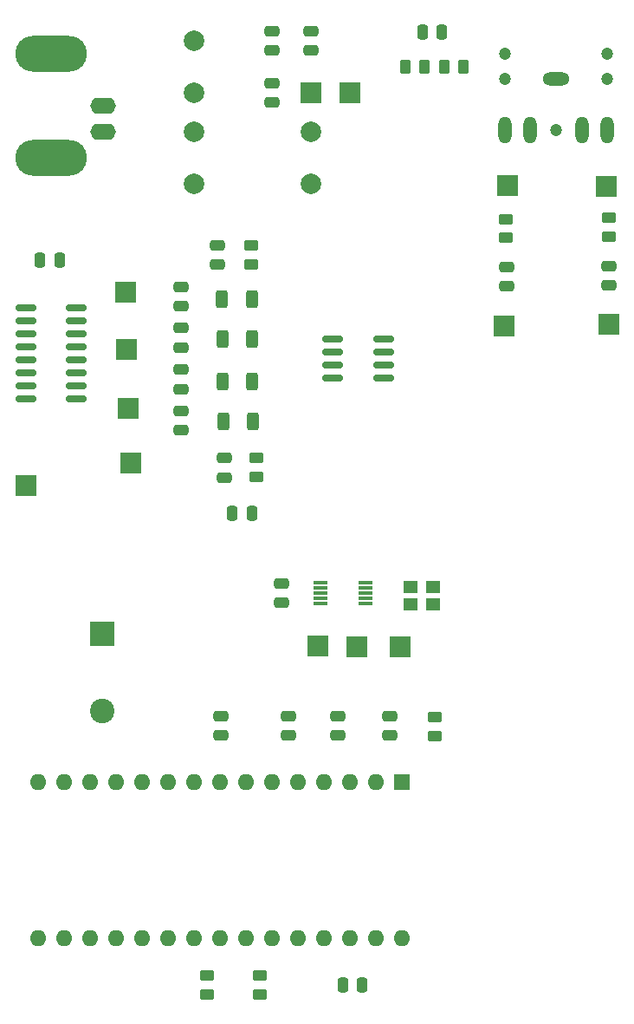
<source format=gbr>
%TF.GenerationSoftware,KiCad,Pcbnew,(6.0.4)*%
%TF.CreationDate,2022-06-06T09:07:08-07:00*%
%TF.ProjectId,Complete Schematic V6,436f6d70-6c65-4746-9520-536368656d61,rev?*%
%TF.SameCoordinates,Original*%
%TF.FileFunction,Soldermask,Top*%
%TF.FilePolarity,Negative*%
%FSLAX46Y46*%
G04 Gerber Fmt 4.6, Leading zero omitted, Abs format (unit mm)*
G04 Created by KiCad (PCBNEW (6.0.4)) date 2022-06-06 09:07:08*
%MOMM*%
%LPD*%
G01*
G04 APERTURE LIST*
G04 Aperture macros list*
%AMRoundRect*
0 Rectangle with rounded corners*
0 $1 Rounding radius*
0 $2 $3 $4 $5 $6 $7 $8 $9 X,Y pos of 4 corners*
0 Add a 4 corners polygon primitive as box body*
4,1,4,$2,$3,$4,$5,$6,$7,$8,$9,$2,$3,0*
0 Add four circle primitives for the rounded corners*
1,1,$1+$1,$2,$3*
1,1,$1+$1,$4,$5*
1,1,$1+$1,$6,$7*
1,1,$1+$1,$8,$9*
0 Add four rect primitives between the rounded corners*
20,1,$1+$1,$2,$3,$4,$5,0*
20,1,$1+$1,$4,$5,$6,$7,0*
20,1,$1+$1,$6,$7,$8,$9,0*
20,1,$1+$1,$8,$9,$2,$3,0*%
G04 Aperture macros list end*
%ADD10R,1.600000X1.600000*%
%ADD11O,1.600000X1.600000*%
%ADD12R,2.000000X2.000000*%
%ADD13RoundRect,0.250000X-0.475000X0.250000X-0.475000X-0.250000X0.475000X-0.250000X0.475000X0.250000X0*%
%ADD14C,1.200000*%
%ADD15O,2.616000X1.308000*%
%ADD16O,1.308000X2.616000*%
%ADD17RoundRect,0.250000X0.475000X-0.250000X0.475000X0.250000X-0.475000X0.250000X-0.475000X-0.250000X0*%
%ADD18RoundRect,0.250000X0.250000X0.475000X-0.250000X0.475000X-0.250000X-0.475000X0.250000X-0.475000X0*%
%ADD19C,2.000000*%
%ADD20RoundRect,0.150000X0.825000X0.150000X-0.825000X0.150000X-0.825000X-0.150000X0.825000X-0.150000X0*%
%ADD21RoundRect,0.250000X-0.262500X-0.450000X0.262500X-0.450000X0.262500X0.450000X-0.262500X0.450000X0*%
%ADD22RoundRect,0.250000X-0.312500X-0.625000X0.312500X-0.625000X0.312500X0.625000X-0.312500X0.625000X0*%
%ADD23RoundRect,0.250000X-0.250000X-0.475000X0.250000X-0.475000X0.250000X0.475000X-0.250000X0.475000X0*%
%ADD24RoundRect,0.250000X-0.450000X0.262500X-0.450000X-0.262500X0.450000X-0.262500X0.450000X0.262500X0*%
%ADD25R,2.400000X2.400000*%
%ADD26C,2.400000*%
%ADD27O,2.500000X1.600000*%
%ADD28O,7.000000X3.500000*%
%ADD29R,1.400000X1.200000*%
%ADD30R,1.400000X0.300000*%
%ADD31RoundRect,0.250000X0.450000X-0.262500X0.450000X0.262500X-0.450000X0.262500X-0.450000X-0.262500X0*%
%ADD32RoundRect,0.150000X-0.825000X-0.150000X0.825000X-0.150000X0.825000X0.150000X-0.825000X0.150000X0*%
G04 APERTURE END LIST*
D10*
%TO.C,A1*%
X119380000Y-127010000D03*
D11*
X116840000Y-127010000D03*
X114300000Y-127010000D03*
X111760000Y-127010000D03*
X109220000Y-127010000D03*
X106680000Y-127010000D03*
X104140000Y-127010000D03*
X101600000Y-127010000D03*
X99060000Y-127010000D03*
X96520000Y-127010000D03*
X93980000Y-127010000D03*
X91440000Y-127010000D03*
X88900000Y-127010000D03*
X86360000Y-127010000D03*
X83820000Y-127010000D03*
X83820000Y-142250000D03*
X86360000Y-142250000D03*
X88900000Y-142250000D03*
X91440000Y-142250000D03*
X93980000Y-142250000D03*
X96520000Y-142250000D03*
X99060000Y-142250000D03*
X101600000Y-142250000D03*
X104140000Y-142250000D03*
X106680000Y-142250000D03*
X109220000Y-142250000D03*
X111760000Y-142250000D03*
X114300000Y-142250000D03*
X116840000Y-142250000D03*
X119380000Y-142250000D03*
%TD*%
D12*
%TO.C,TP3*%
X92913200Y-95834200D03*
%TD*%
D13*
%TO.C,C11*%
X97804700Y-82666800D03*
X97804700Y-84566800D03*
%TD*%
%TO.C,C10*%
X97804700Y-86730800D03*
X97804700Y-88630800D03*
%TD*%
D14*
%TO.C,J2*%
X139467600Y-55843800D03*
X139467600Y-58343800D03*
X129467600Y-55843800D03*
X129467600Y-58343800D03*
X134467600Y-63343800D03*
D15*
X134467600Y-58343800D03*
D16*
X129467600Y-63343800D03*
X139467600Y-63343800D03*
X131967600Y-63343800D03*
X136967600Y-63343800D03*
%TD*%
D17*
%TO.C,C16*%
X101346000Y-76464200D03*
X101346000Y-74564200D03*
%TD*%
D13*
%TO.C,C1*%
X106680000Y-53660000D03*
X106680000Y-55560000D03*
%TD*%
D18*
%TO.C,C24*%
X115504000Y-146812000D03*
X113604000Y-146812000D03*
%TD*%
D13*
%TO.C,C26*%
X139623800Y-76606400D03*
X139623800Y-78506400D03*
%TD*%
D19*
%TO.C,L1*%
X99060000Y-54610000D03*
X99060000Y-59690000D03*
%TD*%
D12*
%TO.C,TP1*%
X110490000Y-59690000D03*
%TD*%
D20*
%TO.C,U3*%
X117613200Y-87579200D03*
X117613200Y-86309200D03*
X117613200Y-85039200D03*
X117613200Y-83769200D03*
X112663200Y-83769200D03*
X112663200Y-85039200D03*
X112663200Y-86309200D03*
X112663200Y-87579200D03*
%TD*%
D21*
%TO.C,R3*%
X123547500Y-57150000D03*
X125372500Y-57150000D03*
%TD*%
D12*
%TO.C,TP15*%
X111150400Y-113715800D03*
%TD*%
%TO.C,TP11*%
X139420600Y-68859400D03*
%TD*%
D13*
%TO.C,C21*%
X101676200Y-120548400D03*
X101676200Y-122448400D03*
%TD*%
D22*
%TO.C,R7*%
X101788500Y-79857600D03*
X104713500Y-79857600D03*
%TD*%
D23*
%TO.C,C15*%
X102809000Y-100711000D03*
X104709000Y-100711000D03*
%TD*%
%TO.C,C6*%
X84038400Y-76022200D03*
X85938400Y-76022200D03*
%TD*%
D17*
%TO.C,C3*%
X107645200Y-109484200D03*
X107645200Y-107584200D03*
%TD*%
D24*
%TO.C,R18*%
X100330000Y-145899500D03*
X100330000Y-147724500D03*
%TD*%
D22*
%TO.C,R6*%
X101839300Y-83743800D03*
X104764300Y-83743800D03*
%TD*%
D12*
%TO.C,TP4*%
X92506800Y-84785200D03*
%TD*%
%TO.C,TP12*%
X129743200Y-68757800D03*
%TD*%
%TO.C,TP8*%
X129413000Y-82423000D03*
%TD*%
D21*
%TO.C,R2*%
X119737500Y-57150000D03*
X121562500Y-57150000D03*
%TD*%
D12*
%TO.C,TP16*%
X82651600Y-98069400D03*
%TD*%
D25*
%TO.C,C13*%
X90119200Y-112522000D03*
D26*
X90119200Y-120022000D03*
%TD*%
D12*
%TO.C,TP13*%
X119227600Y-113792000D03*
%TD*%
D22*
%TO.C,R5*%
X101864700Y-87884000D03*
X104789700Y-87884000D03*
%TD*%
D17*
%TO.C,C8*%
X108280200Y-122438200D03*
X108280200Y-120538200D03*
%TD*%
D27*
%TO.C,J1*%
X90170000Y-60960000D03*
D28*
X85090000Y-66040000D03*
D27*
X90170000Y-63500000D03*
D28*
X85090000Y-55880000D03*
%TD*%
D24*
%TO.C,R8*%
X104698800Y-74625200D03*
X104698800Y-76450200D03*
%TD*%
D13*
%TO.C,C4*%
X110490000Y-53660000D03*
X110490000Y-55560000D03*
%TD*%
D12*
%TO.C,TP14*%
X115036600Y-113766600D03*
%TD*%
D18*
%TO.C,C5*%
X123301800Y-53746400D03*
X121401800Y-53746400D03*
%TD*%
D29*
%TO.C,Y1*%
X122461200Y-107963600D03*
X120261200Y-107963600D03*
X120261200Y-109663600D03*
X122461200Y-109663600D03*
%TD*%
D22*
%TO.C,R4*%
X101915500Y-91744800D03*
X104840500Y-91744800D03*
%TD*%
D12*
%TO.C,TP7*%
X139649200Y-82296000D03*
%TD*%
D13*
%TO.C,C17*%
X102057200Y-95351600D03*
X102057200Y-97251600D03*
%TD*%
D12*
%TO.C,TP6*%
X92405200Y-79197200D03*
%TD*%
D13*
%TO.C,C12*%
X97804700Y-78653600D03*
X97804700Y-80553600D03*
%TD*%
%TO.C,C9*%
X97804700Y-90718600D03*
X97804700Y-92618600D03*
%TD*%
%TO.C,C2*%
X106680000Y-58740000D03*
X106680000Y-60640000D03*
%TD*%
D12*
%TO.C,TP2*%
X114300000Y-59690000D03*
%TD*%
D19*
%TO.C,L2*%
X110490000Y-63500000D03*
X110490000Y-68580000D03*
%TD*%
D17*
%TO.C,C7*%
X118237000Y-122423000D03*
X118237000Y-120523000D03*
%TD*%
D30*
%TO.C,U1*%
X115865000Y-109534200D03*
X115865000Y-109034200D03*
X115865000Y-108534200D03*
X115865000Y-108034200D03*
X115865000Y-107534200D03*
X111465000Y-107534200D03*
X111465000Y-108034200D03*
X111465000Y-108534200D03*
X111465000Y-109034200D03*
X111465000Y-109534200D03*
%TD*%
D13*
%TO.C,C14*%
X113157000Y-120523000D03*
X113157000Y-122423000D03*
%TD*%
D12*
%TO.C,TP5*%
X92608400Y-90500200D03*
%TD*%
D24*
%TO.C,R20*%
X139649200Y-71882000D03*
X139649200Y-73707000D03*
%TD*%
D31*
%TO.C,R1*%
X122605800Y-122500400D03*
X122605800Y-120675400D03*
%TD*%
%TO.C,R9*%
X105206800Y-97178500D03*
X105206800Y-95353500D03*
%TD*%
D19*
%TO.C,L3*%
X99060000Y-63500000D03*
X99060000Y-68580000D03*
%TD*%
D31*
%TO.C,R19*%
X105537000Y-147724500D03*
X105537000Y-145899500D03*
%TD*%
D32*
%TO.C,U2*%
X82615000Y-80645000D03*
X82615000Y-81915000D03*
X82615000Y-83185000D03*
X82615000Y-84455000D03*
X82615000Y-85725000D03*
X82615000Y-86995000D03*
X82615000Y-88265000D03*
X82615000Y-89535000D03*
X87565000Y-89535000D03*
X87565000Y-88265000D03*
X87565000Y-86995000D03*
X87565000Y-85725000D03*
X87565000Y-84455000D03*
X87565000Y-83185000D03*
X87565000Y-81915000D03*
X87565000Y-80645000D03*
%TD*%
D13*
%TO.C,C27*%
X129606000Y-76701600D03*
X129606000Y-78601600D03*
%TD*%
D24*
%TO.C,R21*%
X129590800Y-72012800D03*
X129590800Y-73837800D03*
%TD*%
M02*

</source>
